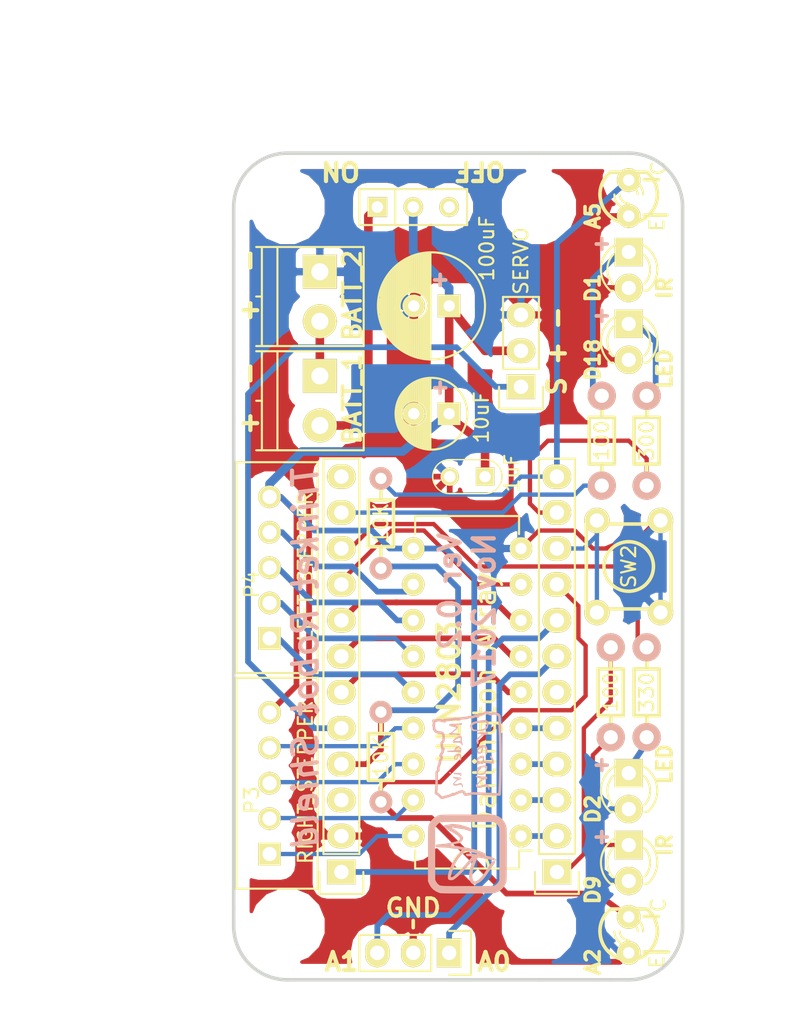
<source format=kicad_pcb>
(kicad_pcb (version 4) (host pcbnew 4.0.4-stable)
  (title_block (title "OSH Park Badge") (company www.MakersBox.us) (comment 1 "K. Olsen"))
  (layers (0 F.Cu signal) (31 B.Cu signal) (34 B.Paste user) (35 F.Paste user) (36 B.SilkS user) (37 F.SilkS user) (38 B.Mask user) (39 F.Mask user) (44 Edge.Cuts user))
  (net 0 "")
  (net 1 GND)
  (net 2 /VBAT)
  (net 3 /D10)
  (net 4 /D11)
  (net 5 /D12)
  (net 6 /D13)
  (net 7 /D8)
  (net 8 /D4)
  (net 9 /D3)
  (net 10 "Net-(P3-Pad2)")
  (net 11 "Net-(P3-Pad1)")
  (net 12 "Net-(P4-Pad2)")
  (net 13 "Net-(P4-Pad1)")
  (net 14 "Net-(P5-Pad2)")
  (net 15 "Net-(P6-Pad2)")
  (net 16 "Net-(P3-Pad3)")
  (net 17 "Net-(P3-Pad4)")
  (net 18 "Net-(P4-Pad3)")
  (net 19 "Net-(P4-Pad4)")
  (net 20 /A4)
  (net 21 /A5)
  (net 22 /A0)
  (net 23 /A1)
  (net 24 /D6)
  (net 25 /D5)
  (net 26 "Net-(D2-Pad2)")
  (net 27 "Net-(D3-Pad2)")
  (net 28 "Net-(D4-Pad2)")
  (net 29 "Net-(D5-Pad2)")
  (net 30 /D9)
  (net 31 /A2)
  (net 32 /A3)
  (net 33 /3V3)
  (net 34 /D2)
  (net 35 /D1)
  (module Capacitors_ThroughHole:C_Disc_D3_P2.5 (layer F.Cu) (at 139.7 82.55 180)
    (fp_text reference C3 hide)
    (fp_text value 1uF (at -1.905 0.254 270) (layer F.SilkS))
    (pad 1 thru_hole rect (at 0 0 180) (size 1.3 1.3) (drill 0.8) (layers *.Cu *.Mask F.SilkS) (net 2 /VBAT))
    (pad 2 thru_hole circle (at 2.5 0 180) (size 1.3 1.3) (drill 0.8001) (layers *.Cu *.Mask F.SilkS) (net 1 GND))
  )
  (module myFootPrints:PHOTOTRANS (layer F.Cu) (at 149.86 114.935 90)
    (fp_text reference Q2 hide)
    (fp_text value OPTO_NPN hide)
    (fp_text user E (at -1.9 2 90) (layer F.SilkS))
    (fp_text user C (at 2.1 2.1 90) (layer F.SilkS))
    (pad 1 thru_hole circle (at -1.27 0 90) (size 1.6764 1.6764) (drill 0.8128) (layers *.Cu *.Mask F.SilkS) (net 1 GND))
    (pad 3 thru_hole circle (at 1.27 0 135) (size 1.6764 1.6764) (drill 0.8128) (layers *.Cu *.Mask F.SilkS) (net 31 /A2))
  )
  (module myFootPrints:PHOTOTRANS (layer F.Cu) (at 149.86 62.865 90)
    (fp_text reference Q1 hide)
    (fp_text value OPTO_NPN hide)
    (fp_text user E (at -1.9 2 90) (layer F.SilkS))
    (fp_text user C (at 2.1 2.1 90) (layer F.SilkS))
    (pad 1 thru_hole circle (at -1.27 0 90) (size 1.6764 1.6764) (drill 0.8128) (layers *.Cu *.Mask F.SilkS) (net 1 GND))
    (pad 3 thru_hole circle (at 1.27 0 135) (size 1.6764 1.6764) (drill 0.8128) (layers *.Cu *.Mask F.SilkS) (net 21 /A5))
  )
  (module Housings_DIP:DIP-18_W7.62mm (layer F.Cu) (at 142.24 107.95 180)
    (fp_text reference U1 hide)
    (fp_text value ULN2803 (at 5.08 10.16 270) (layer F.SilkS) (effects (font (size 1.5 1.5) (thickness 0.3))))
    (pad 1 thru_hole oval (at 0 0 180) (size 1.6 1.6) (drill 0.8) (layers *.Cu *.Mask F.SilkS) (net 3 /D10))
    (pad 2 thru_hole oval (at 0 2.54 180) (size 1.6 1.6) (drill 0.8) (layers *.Cu *.Mask F.SilkS) (net 4 /D11))
    (pad 3 thru_hole oval (at 0 5.08 180) (size 1.6 1.6) (drill 0.8) (layers *.Cu *.Mask F.SilkS) (net 5 /D12))
    (pad 4 thru_hole oval (at 0 7.62 180) (size 1.6 1.6) (drill 0.8) (layers *.Cu *.Mask F.SilkS) (net 6 /D13))
    (pad 5 thru_hole oval (at 0 10.16 180) (size 1.6 1.6) (drill 0.8) (layers *.Cu *.Mask F.SilkS) (net 24 /D6))
    (pad 6 thru_hole oval (at 0 12.7 180) (size 1.6 1.6) (drill 0.8) (layers *.Cu *.Mask F.SilkS) (net 25 /D5))
    (pad 7 thru_hole oval (at 0 15.24 180) (size 1.6 1.6) (drill 0.8) (layers *.Cu *.Mask F.SilkS) (net 8 /D4))
    (pad 8 thru_hole oval (at 0 17.78 180) (size 1.6 1.6) (drill 0.8) (layers *.Cu *.Mask F.SilkS) (net 9 /D3))
    (pad 9 thru_hole oval (at 0 20.32 180) (size 1.6 1.6) (drill 0.8) (layers *.Cu *.Mask F.SilkS) (net 1 GND))
    (pad 10 thru_hole oval (at 7.62 20.32 180) (size 1.6 1.6) (drill 0.8) (layers *.Cu *.Mask F.SilkS) (net 2 /VBAT))
    (pad 11 thru_hole oval (at 7.62 17.78 180) (size 1.6 1.6) (drill 0.8) (layers *.Cu *.Mask F.SilkS) (net 19 "Net-(P4-Pad4)"))
    (pad 12 thru_hole oval (at 7.62 15.24 180) (size 1.6 1.6) (drill 0.8) (layers *.Cu *.Mask F.SilkS) (net 18 "Net-(P4-Pad3)"))
    (pad 13 thru_hole oval (at 7.62 12.7 180) (size 1.6 1.6) (drill 0.8) (layers *.Cu *.Mask F.SilkS) (net 12 "Net-(P4-Pad2)"))
    (pad 14 thru_hole oval (at 7.62 10.16 180) (size 1.6 1.6) (drill 0.8) (layers *.Cu *.Mask F.SilkS) (net 13 "Net-(P4-Pad1)"))
    (pad 15 thru_hole oval (at 7.62 7.62 180) (size 1.6 1.6) (drill 0.8) (layers *.Cu *.Mask F.SilkS) (net 17 "Net-(P3-Pad4)"))
    (pad 16 thru_hole oval (at 7.62 5.08 180) (size 1.6 1.6) (drill 0.8) (layers *.Cu *.Mask F.SilkS) (net 16 "Net-(P3-Pad3)"))
    (pad 17 thru_hole oval (at 7.62 2.54 180) (size 1.6 1.6) (drill 0.8) (layers *.Cu *.Mask F.SilkS) (net 10 "Net-(P3-Pad2)"))
    (pad 18 thru_hole oval (at 7.62 0 180) (size 1.6 1.6) (drill 0.8) (layers *.Cu *.Mask F.SilkS) (net 11 "Net-(P3-Pad1)"))
  )
  (module library:JST_B5B-XH-A (layer F.Cu) (at 124.46 109.22 90)
    (fp_text reference P3 (at 3.81 -1.27 90) (layer F.SilkS))
    (fp_text value RIGHT_STEPPER (at 5.08 2.54 90) (layer F.SilkS))
    (pad 1 thru_hole rect (at 0 0 90) (size 1.6 1.6) (drill 1) (layers *.Cu *.Mask F.SilkS) (net 11 "Net-(P3-Pad1)"))
    (pad 2 thru_hole circle (at 2.5 0 90) (size 1.6 1.6) (drill 1) (layers *.Cu *.Mask F.SilkS) (net 10 "Net-(P3-Pad2)"))
    (pad 3 thru_hole circle (at 5 0 90) (size 1.6 1.6) (drill 1) (layers *.Cu *.Mask F.SilkS) (net 16 "Net-(P3-Pad3)"))
    (pad 4 thru_hole circle (at 7.5 0 90) (size 1.6 1.6) (drill 1) (layers *.Cu *.Mask F.SilkS) (net 17 "Net-(P3-Pad4)"))
    (pad 5 thru_hole circle (at 10 0 90) (size 1.6 1.6) (drill 1) (layers *.Cu *.Mask F.SilkS) (net 2 /VBAT))
  )
  (module library:JST_B5B-XH-A (layer F.Cu) (at 124.46 93.98 90)
    (fp_text reference P4 (at 3.81 -1.27 90) (layer F.SilkS))
    (fp_text value LEFT_STEPPER (at 5.08 2.54 90) (layer F.SilkS))
    (pad 1 thru_hole rect (at 0 0 90) (size 1.6 1.6) (drill 1) (layers *.Cu *.Mask F.SilkS) (net 13 "Net-(P4-Pad1)"))
    (pad 2 thru_hole circle (at 2.5 0 90) (size 1.6 1.6) (drill 1) (layers *.Cu *.Mask F.SilkS) (net 12 "Net-(P4-Pad2)"))
    (pad 3 thru_hole circle (at 5 0 90) (size 1.6 1.6) (drill 1) (layers *.Cu *.Mask F.SilkS) (net 18 "Net-(P4-Pad3)"))
    (pad 4 thru_hole circle (at 7.5 0 90) (size 1.6 1.6) (drill 1) (layers *.Cu *.Mask F.SilkS) (net 19 "Net-(P4-Pad4)"))
    (pad 5 thru_hole circle (at 10 0 90) (size 1.6 1.6) (drill 1) (layers *.Cu *.Mask F.SilkS) (net 2 /VBAT))
  )
  (module myFootPrints:Lego_Pad (layer F.Cu) (at 125.73 114.3)
    (fp_text reference P9 hide)
    (fp_text value CONN_01X01 hide)
    (pad "" np_thru_hole circle (at 0 0) (size 3.25 3.25) (drill 3.25) (layers *.Cu *.Mask))
  )
  (module myFootPrints:Lego_Pad (layer F.Cu) (at 143.51 114.3)
    (fp_text reference P9 hide)
    (fp_text value CONN_01X01 hide)
    (pad "" np_thru_hole circle (at 0 0) (size 3.25 3.25) (drill 3.25) (layers *.Cu *.Mask))
  )
  (module myFootPrints:Lego_Pad (layer F.Cu) (at 143.51 63.5)
    (fp_text reference P9 hide)
    (fp_text value CONN_01X01 hide)
    (pad "" np_thru_hole circle (at 0 0) (size 3.25 3.25) (drill 3.25) (layers *.Cu *.Mask))
  )
  (module myFootPrints:Lego_Pad (layer F.Cu) (at 125.73 63.5)
    (fp_text reference P9 hide)
    (fp_text value CONN_01X01 hide)
    (pad "" np_thru_hole circle (at 0 0) (size 3.25 3.25) (drill 3.25) (layers *.Cu *.Mask))
  )
  (module Capacitors_ThroughHole:C_Radial_D7.5_L11.2_P2.5 (layer F.Cu) (at 137.16 70.485 180)
    (fp_text reference C1 hide)
    (fp_text value 100uF (at -2.667 4.064 270) (layer F.SilkS))
    (pad 2 thru_hole circle (at 2.5 0 180) (size 1.6 1.6) (drill 0.8) (layers *.Cu *.Mask F.SilkS) (net 1 GND))
    (pad 1 thru_hole rect (at 0 0 180) (size 1.6 1.6) (drill 0.8) (layers *.Cu *.Mask F.SilkS) (net 2 /VBAT))
  )
  (module Capacitors_ThroughHole:C_Radial_D5_L11_P2.5 (layer F.Cu) (at 137.16 78.105 180)
    (fp_text reference C2 hide)
    (fp_text value 10uF (at -2.286 -0.254 270) (layer F.SilkS))
    (pad 1 thru_hole rect (at 0 0 180) (size 1.6 1.6) (drill 0.8) (layers *.Cu *.Mask F.SilkS) (net 2 /VBAT))
    (pad 2 thru_hole circle (at 2.5 0 180) (size 1.6 1.6) (drill 0.8) (layers *.Cu *.Mask F.SilkS) (net 1 GND))
  )
  (module Pin_Headers:Pin_Header_Straight_1x12 (layer F.Cu) (at 144.78 110.49 180)
    (fp_text reference P1 hide)
    (fp_text value TRINKET_LEFT)
    (pad 1 thru_hole rect (at 0 0 180) (size 2.032 1.7272) (drill 1.016) (layers *.Cu *.Mask F.SilkS) (net 30 /D9))
    (pad 2 thru_hole oval (at 0 2.54 180) (size 2.032 1.7272) (drill 1.016) (layers *.Cu *.Mask F.SilkS) (net 3 /D10))
    (pad 3 thru_hole oval (at 0 5.08 180) (size 2.032 1.7272) (drill 1.016) (layers *.Cu *.Mask F.SilkS) (net 4 /D11))
    (pad 4 thru_hole oval (at 0 7.62 180) (size 2.032 1.7272) (drill 1.016) (layers *.Cu *.Mask F.SilkS) (net 5 /D12))
    (pad 5 thru_hole oval (at 0 10.16 180) (size 2.032 1.7272) (drill 1.016) (layers *.Cu *.Mask F.SilkS) (net 6 /D13))
    (pad 6 thru_hole oval (at 0 12.7 180) (size 2.032 1.7272) (drill 1.016) (layers *.Cu *.Mask F.SilkS))
    (pad 7 thru_hole oval (at 0 15.24 180) (size 2.032 1.7272) (drill 1.016) (layers *.Cu *.Mask F.SilkS) (net 22 /A0))
    (pad 8 thru_hole oval (at 0 17.78 180) (size 2.032 1.7272) (drill 1.016) (layers *.Cu *.Mask F.SilkS) (net 23 /A1))
    (pad 9 thru_hole oval (at 0 20.32 180) (size 2.032 1.7272) (drill 1.016) (layers *.Cu *.Mask F.SilkS) (net 31 /A2))
    (pad 10 thru_hole oval (at 0 22.86 180) (size 2.032 1.7272) (drill 1.016) (layers *.Cu *.Mask F.SilkS) (net 32 /A3))
    (pad 11 thru_hole oval (at 0 25.4 180) (size 2.032 1.7272) (drill 1.016) (layers *.Cu *.Mask F.SilkS) (net 20 /A4))
    (pad 12 thru_hole oval (at 0 27.94 180) (size 2.032 1.7272) (drill 1.016) (layers *.Cu *.Mask F.SilkS) (net 21 /A5))
  )
  (module Pin_Headers:Pin_Header_Straight_1x12 (layer F.Cu) (at 129.54 110.49 180)
    (fp_text reference P2 hide)
    (fp_text value TRINKET_RIGHT)
    (pad 1 thru_hole rect (at 0 0 180) (size 2.032 1.7272) (drill 1.016) (layers *.Cu *.Mask F.SilkS) (net 2 /VBAT))
    (pad 2 thru_hole oval (at 0 2.54 180) (size 2.032 1.7272) (drill 1.016) (layers *.Cu *.Mask F.SilkS) (net 1 GND))
    (pad 3 thru_hole oval (at 0 5.08 180) (size 2.032 1.7272) (drill 1.016) (layers *.Cu *.Mask F.SilkS))
    (pad 4 thru_hole oval (at 0 7.62 180) (size 2.032 1.7272) (drill 1.016) (layers *.Cu *.Mask F.SilkS) (net 33 /3V3))
    (pad 5 thru_hole oval (at 0 10.16 180) (size 2.032 1.7272) (drill 1.016) (layers *.Cu *.Mask F.SilkS) (net 7 /D8))
    (pad 6 thru_hole oval (at 0 12.7 180) (size 2.032 1.7272) (drill 1.016) (layers *.Cu *.Mask F.SilkS) (net 24 /D6))
    (pad 7 thru_hole oval (at 0 15.24 180) (size 2.032 1.7272) (drill 1.016) (layers *.Cu *.Mask F.SilkS) (net 25 /D5))
    (pad 8 thru_hole oval (at 0 17.78 180) (size 2.032 1.7272) (drill 1.016) (layers *.Cu *.Mask F.SilkS) (net 8 /D4))
    (pad 9 thru_hole oval (at 0 20.32 180) (size 2.032 1.7272) (drill 1.016) (layers *.Cu *.Mask F.SilkS) (net 9 /D3))
    (pad 10 thru_hole oval (at 0 22.86 180) (size 2.032 1.7272) (drill 1.016) (layers *.Cu *.Mask F.SilkS) (net 34 /D2))
    (pad 11 thru_hole oval (at 0 25.4 180) (size 2.032 1.7272) (drill 1.016) (layers *.Cu *.Mask F.SilkS) (net 35 /D1))
    (pad 12 thru_hole oval (at 0 27.94 180) (size 2.032 1.7272) (drill 1.016) (layers *.Cu *.Mask F.SilkS))
  )
  (module Pin_Headers:Pin_Header_Straight_1x03 (layer F.Cu) (at 142.24 76.2 180)
    (fp_text reference P7 hide)
    (fp_text value SERVO (at 0 8.89 270) (layer F.SilkS))
    (pad 1 thru_hole rect (at 0 0 180) (size 2.032 1.7272) (drill 1.016) (layers *.Cu *.Mask F.SilkS) (net 7 /D8))
    (pad 2 thru_hole oval (at 0 2.54 180) (size 2.032 1.7272) (drill 1.016) (layers *.Cu *.Mask F.SilkS) (net 2 /VBAT))
    (pad 3 thru_hole oval (at 0 5.08 180) (size 2.032 1.7272) (drill 1.016) (layers *.Cu *.Mask F.SilkS) (net 1 GND))
  )
  (module myFootPrints:SW_Micro_SPST (layer F.Cu) (at 134.62 63.5)
    (fp_text reference SW1 hide)
    (fp_text value SPST)
    (pad 1 thru_hole rect (at -2.54 0) (size 1.397 1.397) (drill 0.8128) (layers *.Cu *.Mask F.SilkS) (net 15 "Net-(P6-Pad2)"))
    (pad 2 thru_hole circle (at 0 0) (size 1.397 1.397) (drill 0.8128) (layers *.Cu *.Mask F.SilkS) (net 2 /VBAT))
    (pad 3 thru_hole circle (at 2.54 0) (size 1.397 1.397) (drill 0.8128) (layers *.Cu *.Mask F.SilkS))
  )
  (module Pin_Headers:Pin_Header_Straight_1x03 (layer F.Cu) (at 137.16 116.205 270)
    (fp_text reference P8 hide)
    (fp_text value "A5 - A1" hide)
    (pad 1 thru_hole rect (at 0 0 270) (size 2.032 1.7272) (drill 1.016) (layers *.Cu *.Mask F.SilkS) (net 22 /A0))
    (pad 2 thru_hole oval (at 0 2.54 270) (size 2.032 1.7272) (drill 1.016) (layers *.Cu *.Mask F.SilkS) (net 1 GND))
    (pad 3 thru_hole oval (at 0 5.08 270) (size 2.032 1.7272) (drill 1.016) (layers *.Cu *.Mask F.SilkS) (net 23 /A1))
  )
  (module myFootPrints:MadeInOregonRev25 (layer F.Cu) (at 138.43 102.235 90)
    (fp_text reference VAL hide)
    (fp_text value MadeInOregonRev25 hide)
  )
  (module myFootPrints:MB225rev (layer F.Cu) (at 138.43 109.22 90)
    (fp_text reference VAL hide)
    (fp_text value MB225rev hide)
  )
  (module Terminal_Blocks:TerminalBlock_Pheonix_PT-3.5mm_2pol (layer F.Cu) (at 128.016 68.072 270)
    (fp_text reference P5 hide)
    (fp_text value BATT1)
    (pad 2 thru_hole circle (at 3.5 0 270) (size 2.4 2.4) (drill 1.2) (layers *.Cu *.Mask F.SilkS) (net 14 "Net-(P5-Pad2)"))
    (pad 1 thru_hole rect (at 0 0 270) (size 2.4 2.4) (drill 1.2) (layers *.Cu *.Mask F.SilkS) (net 1 GND))
  )
  (module Terminal_Blocks:TerminalBlock_Pheonix_PT-3.5mm_2pol (layer F.Cu) (at 128.016 75.438 270)
    (fp_text reference P6 hide)
    (fp_text value BATT2)
    (pad 2 thru_hole circle (at 3.5 0 270) (size 2.4 2.4) (drill 1.2) (layers *.Cu *.Mask F.SilkS) (net 15 "Net-(P6-Pad2)"))
    (pad 1 thru_hole rect (at 0 0 270) (size 2.4 2.4) (drill 1.2) (layers *.Cu *.Mask F.SilkS) (net 14 "Net-(P5-Pad2)"))
  )
  (module LEDs:LED-3MM (layer F.Cu) (at 149.86 111.125 90)
    (fp_text reference D2 hide)
    (fp_text value IR_LED)
    (pad 1 thru_hole circle (at 0 0 180) (size 2 2) (drill 1.00076) (layers *.Cu *.Mask F.SilkS) (net 1 GND))
    (pad 2 thru_hole rect (at 2.54 0 90) (size 2 2) (drill 1.00076) (layers *.Cu *.Mask F.SilkS) (net 26 "Net-(D2-Pad2)"))
  )
  (module LEDs:LED-3MM (layer F.Cu) (at 149.86 74.295 90)
    (fp_text reference D3 hide)
    (fp_text value LED)
    (pad 1 thru_hole circle (at 0 0 180) (size 2 2) (drill 1.00076) (layers *.Cu *.Mask F.SilkS) (net 1 GND))
    (pad 2 thru_hole rect (at 2.54 0 90) (size 2 2) (drill 1.00076) (layers *.Cu *.Mask F.SilkS) (net 27 "Net-(D3-Pad2)"))
  )
  (module LEDs:LED-3MM (layer F.Cu) (at 149.86 106.045 90)
    (fp_text reference D4 hide)
    (fp_text value LED)
    (pad 1 thru_hole circle (at 0 0 180) (size 2 2) (drill 1.00076) (layers *.Cu *.Mask F.SilkS) (net 1 GND))
    (pad 2 thru_hole rect (at 2.54 0 90) (size 2 2) (drill 1.00076) (layers *.Cu *.Mask F.SilkS) (net 28 "Net-(D4-Pad2)"))
  )
  (module LEDs:LED-3MM (layer F.Cu) (at 149.86 69.215 90)
    (fp_text reference D5 hide)
    (fp_text value "IR LED")
    (pad 1 thru_hole circle (at 0 0 180) (size 2 2) (drill 1.00076) (layers *.Cu *.Mask F.SilkS) (net 1 GND))
    (pad 2 thru_hole rect (at 2.54 0 90) (size 2 2) (drill 1.00076) (layers *.Cu *.Mask F.SilkS) (net 29 "Net-(D5-Pad2)"))
  )
  (module myFootPrints:Resistor_Horz (layer F.Cu) (at 148.59 97.79 270)
    (fp_text reference R2)
    (fp_text value 100 (at 0 0 270) (layer F.SilkS))
    (pad 1 thru_hole circle (at -3.175 0 270) (size 1.99898 1.99898) (drill 1.00076) (layers *.Cu *.SilkS *.Mask) (net 30 /D9))
    (pad 2 thru_hole circle (at 3.175 0 270) (size 1.99898 1.99898) (drill 1.00076) (layers *.Cu *.SilkS *.Mask) (net 26 "Net-(D2-Pad2)"))
  )
  (module myFootPrints:Resistor_Horz (layer F.Cu) (at 151.13 80.01 90)
    (fp_text reference R3)
    (fp_text value 300 (at 0 0 90) (layer F.SilkS))
    (pad 1 thru_hole circle (at -3.175 0 90) (size 1.99898 1.99898) (drill 1.00076) (layers *.Cu *.SilkS *.Mask) (net 20 /A4))
    (pad 2 thru_hole circle (at 3.175 0 90) (size 1.99898 1.99898) (drill 1.00076) (layers *.Cu *.SilkS *.Mask) (net 27 "Net-(D3-Pad2)"))
  )
  (module myFootPrints:Resistor_Horz (layer F.Cu) (at 151.13 97.79 270)
    (fp_text reference R4)
    (fp_text value 330 (at 0 0 270) (layer F.SilkS))
    (pad 1 thru_hole circle (at -3.175 0 270) (size 1.99898 1.99898) (drill 1.00076) (layers *.Cu *.SilkS *.Mask) (net 34 /D2))
    (pad 2 thru_hole circle (at 3.175 0 270) (size 1.99898 1.99898) (drill 1.00076) (layers *.Cu *.SilkS *.Mask) (net 28 "Net-(D4-Pad2)"))
  )
  (module myFootPrints:Resistor_Horz (layer F.Cu) (at 147.955 80.01 90)
    (fp_text reference R5)
    (fp_text value 100 (at 0 0 90) (layer F.SilkS))
    (pad 1 thru_hole circle (at -3.175 0 90) (size 1.99898 1.99898) (drill 1.00076) (layers *.Cu *.SilkS *.Mask) (net 35 /D1))
    (pad 2 thru_hole circle (at 3.175 0 90) (size 1.99898 1.99898) (drill 1.00076) (layers *.Cu *.SilkS *.Mask) (net 29 "Net-(D5-Pad2)"))
  )
  (module myFootPrints:Resistor_Horz (layer F.Cu) (at 132.334 102.362 270)
    (fp_text reference R6)
    (fp_text value 10K (at 0 0 270) (layer F.SilkS))
    (pad 1 thru_hole circle (at -3.175 0 270) (size 1.6 1.6) (drill 0.8) (layers *.Cu *.SilkS *.Mask) (net 33 /3V3))
    (pad 2 thru_hole circle (at 3.175 0 270) (size 1.6 1.6) (drill 0.8) (layers *.Cu *.SilkS *.Mask) (net 31 /A2))
  )
  (module myFootPrints:Resistor_Horz (layer F.Cu) (at 132.334 85.852 90)
    (fp_text reference R7)
    (fp_text value 10K (at 0 0 90) (layer F.SilkS))
    (pad 1 thru_hole circle (at -3.175 0 90) (size 1.6 1.6) (drill 0.8) (layers *.Cu *.SilkS *.Mask) (net 33 /3V3))
    (pad 2 thru_hole circle (at 3.175 0 90) (size 1.6 1.6) (drill 0.8) (layers *.Cu *.SilkS *.Mask) (net 21 /A5))
  )
  (module myFootPrints:SW_PUSH_SMALL (layer F.Cu) (at 149.86 88.9 90)
    (fp_text reference SW2 (at 0 0 90) (layer F.SilkS))
    (fp_text value SW_PUSH hide)
    (pad 1 thru_hole circle (at 3.25 -2.25 90) (size 1.8 1.8) (drill 1) (layers *.Cu *.Mask F.SilkS) (net 32 /A3))
    (pad 2 thru_hole circle (at 3.25 2.25 90) (size 1.8 1.8) (drill 1) (layers *.Cu *.Mask F.SilkS) (net 1 GND))
    (pad 1 thru_hole circle (at -3.25 -2.25 90) (size 1.8 1.8) (drill 1) (layers *.Cu *.Mask F.SilkS) (net 32 /A3))
    (pad 2 thru_hole circle (at -3.25 2.25 90) (size 1.8 1.8) (drill 1) (layers *.Cu *.Mask F.SilkS) (net 1 GND))
  )
  (gr_text "Darlington Array" (at 139.7 98.425 90) (layer F.SilkS) (effects (font (size 1.5 1.5) (thickness 0.2))))
  (gr_text + (at 136.525 76.2) (layer B.SilkS) (effects (font (size 1 1) (thickness 0.25)) (justify mirror)))
  (gr_text + (at 136.525 68.58) (layer B.SilkS) (effects (font (size 1 1) (thickness 0.25)) (justify mirror)))
  (gr_text + (at 147.955 71.12) (layer B.SilkS) (effects (font (size 1 1) (thickness 0.25)) (justify mirror)))
  (gr_text + (at 147.955 66.04) (layer B.SilkS) (effects (font (size 1 1) (thickness 0.25)) (justify mirror)))
  (gr_text + (at 147.955 102.87) (layer B.SilkS) (effects (font (size 1 1) (thickness 0.25)) (justify mirror)))
  (gr_text + (at 147.955 107.95) (layer B.SilkS) (effects (font (size 1 1) (thickness 0.25)) (justify mirror)))
  (gr_text A5 (at 147.32 64.135 90) (layer F.SilkS) (effects (font (size 1 1) (thickness 0.25))))
  (gr_text D1 (at 147.32 69.215 90) (layer F.SilkS) (effects (font (size 1 1) (thickness 0.25))))
  (gr_text D18 (at 147.32 74.295 90) (layer F.SilkS) (effects (font (size 1 1) (thickness 0.25))))
  (gr_text D2 (at 147.32 106.045 90) (layer F.SilkS) (effects (font (size 1 1) (thickness 0.25))))
  (gr_text D9 (at 147.32 111.76 90) (layer F.SilkS) (effects (font (size 1 1) (thickness 0.25))))
  (gr_text A2 (at 147.32 116.84 90) (layer F.SilkS) (effects (font (size 1 1) (thickness 0.25))))
  (gr_line (start 148.59 59.69) (end 149.86 59.69) (angle 90) (layer Edge.Cuts) (width 0.254))
  (gr_line (start 148.59 118.11) (end 149.86 118.11) (angle 90) (layer Edge.Cuts) (width 0.254))
  (gr_text + (at 147.955 107.95) (layer F.SilkS) (effects (font (size 1.016 1.016) (thickness 0.254))))
  (gr_text + (at 147.955 102.87) (layer F.SilkS) (effects (font (size 1.016 1.016) (thickness 0.254))))
  (gr_text + (at 136.525 76.2) (layer F.SilkS) (effects (font (size 1.016 1.016) (thickness 0.254))))
  (gr_text + (at 136.525 68.58) (layer F.SilkS) (effects (font (size 1.016 1.016) (thickness 0.254))))
  (gr_text + (at 147.955 66.04) (layer F.SilkS) (effects (font (size 1.016 1.016) (thickness 0.254))))
  (gr_text + (at 147.955 71.12) (layer F.SilkS) (effects (font (size 1.016 1.016) (thickness 0.254))))
  (gr_text LED (at 152.4 74.93 90) (layer F.SilkS) (effects (font (size 1.016 1.016) (thickness 0.254))))
  (gr_text IR (at 152.4 69.215 90) (layer F.SilkS) (effects (font (size 1.016 1.016) (thickness 0.254))))
  (gr_text LED (at 152.4 102.87 90) (layer F.SilkS) (effects (font (size 1.016 1.016) (thickness 0.254))))
  (gr_text IR (at 152.4 108.585 90) (layer F.SilkS) (effects (font (size 1.016 1.016) (thickness 0.254))))
  (gr_line (start 143.51 59.69) (end 148.59 59.69) (angle 90) (layer Edge.Cuts) (width 0.254))
  (gr_line (start 143.51 118.11) (end 148.59 118.11) (angle 90) (layer Edge.Cuts) (width 0.254))
  (gr_line (start 153.67 114.3) (end 153.67 63.5) (angle 90) (layer Edge.Cuts) (width 0.254))
  (gr_text A0 (at 140.335 116.84) (layer F.SilkS) (effects (font (size 1.27 1.27) (thickness 0.3))))
  (gr_text A1 (at 129.54 116.84) (layer F.SilkS) (effects (font (size 1.27 1.27) (thickness 0.3))))
  (gr_line (start 134.62 114.427) (end 134.62 113.919) (angle 90) (layer F.SilkS) (width 0.254))
  (gr_text "BATT_1 BATT_2" (at 130.302 73.406 90) (layer F.SilkS) (effects (font (size 1.25 1.25) (thickness 0.25))))
  (gr_text "Ver 0.2\nNov 2017" (at 138.43 86.36 90) (layer B.SilkS) (effects (font (size 1.5 1.5) (thickness 0.3)) (justify left mirror)))
  (gr_text "Trinket Robot Shield" (at 127 95.25 90) (layer B.SilkS) (effects (font (size 1.75 1.75) (thickness 0.3) italic) (justify mirror)))
  (gr_text GND (at 134.62 113.03) (layer F.SilkS) (effects (font (size 1.27 1.27) (thickness 0.254))))
  (gr_text "S + -" (at 144.78 73.66 90) (layer F.SilkS) (effects (font (size 1.25 1.25) (thickness 0.3))))
  (gr_line (start 143.51 59.69) (end 125.73 59.69) (angle 90) (layer Edge.Cuts) (width 0.254))
  (gr_line (start 121.92 66.04) (end 121.92 63.5) (angle 90) (layer Edge.Cuts) (width 0.254))
  (gr_line (start 121.92 114.3) (end 121.92 113.03) (angle 90) (layer Edge.Cuts) (width 0.254))
  (gr_line (start 125.73 118.11) (end 143.51 118.11) (angle 90) (layer Edge.Cuts) (width 0.254))
  (gr_arc (start 149.86 114.3) (end 153.67 114.3) (angle 90) (layer Edge.Cuts) (width 0.254))
  (gr_arc (start 125.73 114.3) (end 125.73 118.11) (angle 90) (layer Edge.Cuts) (width 0.254))
  (gr_arc (start 149.86 63.5) (end 149.86 59.69) (angle 90) (layer Edge.Cuts) (width 0.254))
  (gr_arc (start 125.73 63.5) (end 121.92 63.5) (angle 90) (layer Edge.Cuts) (width 0.254))
  (gr_text "-  +   -  +" (at 123.19 73.025 270) (layer F.SilkS) (effects (font (size 1.27 1.27) (thickness 0.3))))
  (gr_text "OFF       ON" (at 134.62 60.96 180) (layer F.SilkS) (effects (font (size 1.27 1.27) (thickness 0.3))))
  (gr_line (start 121.92 113.03) (end 121.92 66.04) (angle 90) (layer Edge.Cuts) (width 0.254))
  (segment (start 127.762 81.026) (end 134.366 81.026) (width 0.3048) (layer F.Cu) (net 1))
  (segment (start 128.651 107.95) (end 127.254 106.553) (width 0.4064) (layer F.Cu) (net 1))
  (segment (start 127.254 106.553) (end 127.254 81.534) (width 0.4064) (layer F.Cu) (net 1))
  (segment (start 127.254 81.534) (end 127.762 81.026) (width 0.4064) (layer F.Cu) (net 1))
  (segment (start 134.366 81.026) (end 135.255 81.915) (width 0.3048) (layer F.Cu) (net 1))
  (segment (start 134.66 78.105) (end 134.66 81.32) (width 0.4064) (layer F.Cu) (net 1))
  (segment (start 134.66 81.32) (end 135.255 81.915) (width 0.4064) (layer F.Cu) (net 1))
  (segment (start 135.89 82.55) (end 137.2 82.55) (width 0.4064) (layer F.Cu) (net 1))
  (segment (start 135.255 81.915) (end 135.89 82.55) (width 0.4064) (layer F.Cu) (net 1))
  (segment (start 142.24 87.63) (end 140.335 87.63) (width 0.4064) (layer F.Cu) (net 1))
  (segment (start 140.335 87.63) (end 137.2 84.495) (width 0.4064) (layer F.Cu) (net 1))
  (segment (start 137.2 84.495) (end 137.2 82.55) (width 0.4064) (layer F.Cu) (net 1))
  (segment (start 137.2 82.55) (end 137.2 82.59) (width 0.4064) (layer F.Cu) (net 1))
  (segment (start 152.11 85.65) (end 151.84 85.65) (width 0.3048) (layer F.Cu) (net 1))
  (segment (start 151.84 85.65) (end 149.86 87.63) (width 0.3048) (layer F.Cu) (net 1))
  (segment (start 149.86 87.63) (end 147.32 87.63) (width 0.3048) (layer F.Cu) (net 1))
  (segment (start 147.32 87.63) (end 146.05 86.36) (width 0.3048) (layer F.Cu) (net 1))
  (segment (start 146.05 86.36) (end 143.51 86.36) (width 0.3048) (layer F.Cu) (net 1))
  (segment (start 143.51 86.36) (end 142.24 87.63) (width 0.3048) (layer F.Cu) (net 1))
  (segment (start 152.11 92.15) (end 152.11 85.65) (width 0.3048) (layer B.Cu) (net 1))
  (segment (start 149.86 69.215) (end 148.59 69.215) (width 0.4064) (layer F.Cu) (net 1))
  (segment (start 148.59 74.295) (end 149.86 74.295) (width 0.4064) (layer F.Cu) (net 1))
  (segment (start 147.32 73.025) (end 148.59 74.295) (width 0.4064) (layer F.Cu) (net 1))
  (segment (start 147.32 70.485) (end 147.32 73.025) (width 0.4064) (layer F.Cu) (net 1))
  (segment (start 148.59 69.215) (end 147.32 70.485) (width 0.4064) (layer F.Cu) (net 1))
  (segment (start 149.86 64.135) (end 148.59 64.135) (width 0.4064) (layer F.Cu) (net 1))
  (segment (start 148.59 64.135) (end 143.51 69.215) (width 0.4064) (layer F.Cu) (net 1))
  (segment (start 142.24 71.12) (end 142.24 70.485) (width 0.4064) (layer F.Cu) (net 1))
  (segment (start 142.24 70.485) (end 143.51 69.215) (width 0.4064) (layer F.Cu) (net 1))
  (segment (start 143.51 69.215) (end 149.86 69.215) (width 0.4064) (layer F.Cu) (net 1))
  (segment (start 149.86 111.125) (end 148.59 111.125) (width 0.4064) (layer B.Cu) (net 1))
  (segment (start 148.59 111.125) (end 147.955 110.49) (width 0.4064) (layer B.Cu) (net 1))
  (segment (start 148.59 106.045) (end 149.86 106.045) (width 0.4064) (layer B.Cu) (net 1))
  (segment (start 147.955 106.68) (end 148.59 106.045) (width 0.4064) (layer B.Cu) (net 1))
  (segment (start 147.955 110.49) (end 147.955 106.68) (width 0.4064) (layer B.Cu) (net 1))
  (segment (start 149.86 116.205) (end 149.225 116.205) (width 0.4064) (layer B.Cu) (net 1))
  (segment (start 149.225 116.205) (end 147.955 114.935) (width 0.4064) (layer B.Cu) (net 1))
  (segment (start 147.955 111.76) (end 148.59 111.125) (width 0.4064) (layer B.Cu) (net 1))
  (segment (start 147.955 114.935) (end 147.955 111.76) (width 0.4064) (layer B.Cu) (net 1))
  (segment (start 134.62 116.205) (end 134.62 114.935) (width 0.4064) (layer F.Cu) (net 1))
  (segment (start 149.225 116.84) (end 149.86 116.205) (width 0.4064) (layer F.Cu) (net 1))
  (segment (start 141.605 116.84) (end 149.225 116.84) (width 0.4064) (layer F.Cu) (net 1))
  (segment (start 138.43 113.665) (end 141.605 116.84) (width 0.4064) (layer F.Cu) (net 1))
  (segment (start 135.89 113.665) (end 138.43 113.665) (width 0.4064) (layer F.Cu) (net 1))
  (segment (start 134.62 114.935) (end 135.89 113.665) (width 0.4064) (layer F.Cu) (net 1))
  (segment (start 134.66 78.105) (end 134.66 70.485) (width 0.6096) (layer F.Cu) (net 1))
  (segment (start 149.225 111.125) (end 149.86 111.125) (width 0.4064) (layer B.Cu) (net 1))
  (segment (start 142.24 70.485) (end 140.335 68.58) (width 0.6096) (layer F.Cu) (net 1))
  (segment (start 134.66 69.81) (end 134.66 70.485) (width 0.6096) (layer F.Cu) (net 1))
  (segment (start 135.89 68.58) (end 134.66 69.81) (width 0.6096) (layer F.Cu) (net 1))
  (segment (start 140.335 68.58) (end 135.89 68.58) (width 0.6096) (layer F.Cu) (net 1))
  (segment (start 134.66 70.485) (end 133.985 70.485) (width 0.6096) (layer B.Cu) (net 1))
  (segment (start 133.985 70.485) (end 130.937 68.072) (width 0.6096) (layer B.Cu) (net 1))
  (segment (start 130.937 68.072) (end 128.016 68.072) (width 0.6096) (layer B.Cu) (net 1))
  (segment (start 129.54 107.95) (end 128.651 107.95) (width 0.4064) (layer F.Cu) (net 1))
  (segment (start 134.62 113.665) (end 134.62 116.205) (width 0.4064) (layer F.Cu) (net 1))
  (segment (start 129.54 107.95) (end 131.699 107.95) (width 0.4064) (layer F.Cu) (net 1))
  (segment (start 134.62 110.871) (end 134.62 113.665) (width 0.4064) (layer F.Cu) (net 1))
  (segment (start 131.699 107.95) (end 134.62 110.871) (width 0.4064) (layer F.Cu) (net 1))
  (segment (start 129.54 110.49) (end 138.684 110.49) (width 0.4064) (layer B.Cu) (net 2))
  (segment (start 136.906 87.63) (end 134.62 87.63) (width 0.4064) (layer B.Cu) (net 2))
  (segment (start 138.938 89.662) (end 136.906 87.63) (width 0.4064) (layer B.Cu) (net 2))
  (segment (start 138.938 110.236) (end 138.938 89.662) (width 0.4064) (layer B.Cu) (net 2))
  (segment (start 138.684 110.49) (end 138.938 110.236) (width 0.4064) (layer B.Cu) (net 2))
  (segment (start 124.46 83.98) (end 124.46 83.058) (width 0.6096) (layer B.Cu) (net 2))
  (segment (start 133.858 80.772) (end 137.16 78.105) (width 0.6096) (layer B.Cu) (net 2))
  (segment (start 126.746 80.772) (end 133.858 80.772) (width 0.6096) (layer B.Cu) (net 2))
  (segment (start 124.46 83.058) (end 126.746 80.772) (width 0.6096) (layer B.Cu) (net 2))
  (segment (start 134.62 87.63) (end 135.128 87.63) (width 0.6096) (layer B.Cu) (net 2))
  (segment (start 137.16 78.105) (end 137.16 78.359) (width 0.6096) (layer F.Cu) (net 2))
  (segment (start 137.16 78.359) (end 139.7 80.264) (width 0.6096) (layer F.Cu) (net 2))
  (segment (start 139.7 80.264) (end 139.7 82.55) (width 0.6096) (layer F.Cu) (net 2))
  (segment (start 142.24 73.66) (end 139.7 73.66) (width 0.6096) (layer F.Cu) (net 2))
  (segment (start 139.7 73.66) (end 137.16 70.485) (width 0.6096) (layer F.Cu) (net 2))
  (segment (start 137.16 78.105) (end 137.16 70.485) (width 0.6096) (layer F.Cu) (net 2))
  (segment (start 137.16 70.485) (end 137.16 69.215) (width 0.6096) (layer B.Cu) (net 2))
  (segment (start 137.16 69.215) (end 134.62 66.675) (width 0.6096) (layer B.Cu) (net 2))
  (segment (start 134.62 66.675) (end 134.62 63.5) (width 0.6096) (layer B.Cu) (net 2))
  (segment (start 125.255 83.98) (end 126.365 85.09) (width 0.4064) (layer F.Cu) (net 2))
  (segment (start 126.365 97.315) (end 124.46 99.22) (width 0.4064) (layer F.Cu) (net 2))
  (segment (start 126.365 85.09) (end 126.365 97.315) (width 0.4064) (layer F.Cu) (net 2))
  (segment (start 132.969 87.63) (end 134.62 87.63) (width 0.4064) (layer B.Cu) (net 2))
  (segment (start 125.255 83.98) (end 127.635 86.36) (width 0.4064) (layer B.Cu) (net 2))
  (segment (start 127.635 86.36) (end 131.699 86.36) (width 0.4064) (layer B.Cu) (net 2))
  (segment (start 131.699 86.36) (end 132.969 87.63) (width 0.4064) (layer B.Cu) (net 2))
  (segment (start 129.54 110.49) (end 129.7 110.49) (width 0.4064) (layer B.Cu) (net 2))
  (segment (start 134.62 87.63) (end 135.382 87.63) (width 0.4064) (layer B.Cu) (net 2))
  (segment (start 134.62 87.63) (end 135.255 87.63) (width 0.4064) (layer B.Cu) (net 2))
  (segment (start 142.24 107.95) (end 144.78 107.95) (width 0.4064) (layer B.Cu) (net 3))
  (segment (start 142.24 105.41) (end 144.78 105.41) (width 0.4064) (layer B.Cu) (net 4))
  (segment (start 142.24 102.87) (end 144.78 102.87) (width 0.4064) (layer B.Cu) (net 5))
  (segment (start 142.24 100.33) (end 144.78 100.33) (width 0.4064) (layer B.Cu) (net 6))
  (segment (start 122.936 82.296) (end 122.936 76.708) (width 0.4064) (layer B.Cu) (net 7))
  (segment (start 122.936 95.504) (end 122.936 82.296) (width 0.4064) (layer B.Cu) (net 7))
  (segment (start 122.936 95.631) (end 127.635 100.33) (width 0.4064) (layer B.Cu) (net 7))
  (segment (start 129.54 100.33) (end 127.635 100.33) (width 0.4064) (layer B.Cu) (net 7))
  (segment (start 122.936 95.504) (end 122.936 95.631) (width 0.4064) (layer B.Cu) (net 7))
  (segment (start 140.462 76.2) (end 142.24 76.2) (width 0.4064) (layer B.Cu) (net 7))
  (segment (start 137.668 73.406) (end 140.462 76.2) (width 0.4064) (layer B.Cu) (net 7))
  (segment (start 126.238 73.406) (end 137.668 73.406) (width 0.4064) (layer B.Cu) (net 7))
  (segment (start 122.936 76.708) (end 126.238 73.406) (width 0.4064) (layer B.Cu) (net 7))
  (segment (start 133.477 91.44) (end 130.81 91.44) (width 0.4064) (layer F.Cu) (net 8))
  (segment (start 130.81 91.44) (end 129.54 92.71) (width 0.4064) (layer F.Cu) (net 8))
  (segment (start 142.24 92.71) (end 141.732 92.71) (width 0.4064) (layer F.Cu) (net 8))
  (segment (start 141.732 92.71) (end 140.462 91.44) (width 0.4064) (layer F.Cu) (net 8))
  (segment (start 140.462 91.44) (end 133.477 91.44) (width 0.4064) (layer F.Cu) (net 8))
  (segment (start 133.477 91.44) (end 133.35 91.44) (width 0.4064) (layer F.Cu) (net 8))
  (segment (start 142.24 90.17) (end 139.192 90.17) (width 0.3048) (layer F.Cu) (net 9))
  (segment (start 133.096 86.36) (end 129.54 89.916) (width 0.3048) (layer F.Cu) (net 9))
  (segment (start 135.382 86.36) (end 133.096 86.36) (width 0.3048) (layer F.Cu) (net 9))
  (segment (start 139.192 90.17) (end 135.382 86.36) (width 0.3048) (layer F.Cu) (net 9))
  (segment (start 129.54 89.916) (end 129.54 90.17) (width 0.3048) (layer F.Cu) (net 9))
  (segment (start 142.24 90.17) (end 141.732 90.17) (width 0.4064) (layer F.Cu) (net 9))
  (segment (start 132.08 106.68) (end 133.35 106.68) (width 0.3048) (layer B.Cu) (net 10))
  (segment (start 124.5 106.68) (end 132.08 106.68) (width 0.3048) (layer B.Cu) (net 10))
  (segment (start 133.35 106.68) (end 134.62 105.41) (width 0.3048) (layer B.Cu) (net 10))
  (segment (start 124.5 106.68) (end 124.46 106.72) (width 0.3048) (layer B.Cu) (net 10))
  (segment (start 134.62 107.95) (end 132.08 107.95) (width 0.3048) (layer B.Cu) (net 11))
  (segment (start 130.81 109.22) (end 124.46 109.22) (width 0.3048) (layer B.Cu) (net 11))
  (segment (start 132.08 107.95) (end 130.81 109.22) (width 0.3048) (layer B.Cu) (net 11))
  (segment (start 131.826 93.98) (end 133.35 93.98) (width 0.3048) (layer B.Cu) (net 12))
  (segment (start 131.826 93.98) (end 127.762 93.98) (width 0.4064) (layer B.Cu) (net 12))
  (segment (start 127.762 93.98) (end 125.262 91.48) (width 0.4064) (layer B.Cu) (net 12))
  (segment (start 124.46 91.48) (end 125.262 91.48) (width 0.4064) (layer B.Cu) (net 12))
  (segment (start 133.35 93.98) (end 134.62 95.25) (width 0.3048) (layer B.Cu) (net 12))
  (segment (start 124.46 93.98) (end 125.095 93.98) (width 0.4064) (layer B.Cu) (net 13))
  (segment (start 125.095 93.98) (end 127.635 96.52) (width 0.4064) (layer B.Cu) (net 13))
  (segment (start 127.635 96.52) (end 133.35 96.52) (width 0.4064) (layer B.Cu) (net 13))
  (segment (start 133.35 96.52) (end 134.62 97.79) (width 0.4064) (layer B.Cu) (net 13))
  (segment (start 128.016 75.438) (end 128.016 71.572) (width 0.6096) (layer F.Cu) (net 14))
  (segment (start 128.016 78.938) (end 129.977 78.938) (width 0.6096) (layer F.Cu) (net 15))
  (segment (start 131.445 77.47) (end 131.445 64.135) (width 0.6096) (layer F.Cu) (net 15))
  (segment (start 129.977 78.938) (end 131.445 77.47) (width 0.6096) (layer F.Cu) (net 15))
  (segment (start 131.445 64.135) (end 132.08 63.5) (width 0.6096) (layer F.Cu) (net 15))
  (segment (start 128.016 78.938) (end 128.834 78.938) (width 0.4064) (layer F.Cu) (net 15))
  (segment (start 134.62 102.87) (end 133.35 102.87) (width 0.3048) (layer B.Cu) (net 16))
  (segment (start 132.08 104.14) (end 124.54 104.14) (width 0.3048) (layer B.Cu) (net 16))
  (segment (start 133.35 102.87) (end 132.08 104.14) (width 0.3048) (layer B.Cu) (net 16))
  (segment (start 124.54 104.14) (end 124.46 104.22) (width 0.3048) (layer B.Cu) (net 16))
  (segment (start 134.62 100.33) (end 133.35 100.33) (width 0.3048) (layer B.Cu) (net 17))
  (segment (start 132.08 101.6) (end 124.58 101.6) (width 0.3048) (layer B.Cu) (net 17))
  (segment (start 133.35 100.33) (end 132.08 101.6) (width 0.3048) (layer B.Cu) (net 17))
  (segment (start 124.58 101.6) (end 124.46 101.72) (width 0.3048) (layer B.Cu) (net 17))
  (segment (start 124.46 88.98) (end 125.048 88.98) (width 0.4064) (layer B.Cu) (net 18))
  (segment (start 125.048 88.98) (end 127.508 91.44) (width 0.4064) (layer B.Cu) (net 18))
  (segment (start 133.477 92.71) (end 134.62 92.71) (width 0.4064) (layer B.Cu) (net 18))
  (segment (start 127.508 91.44) (end 132.207 91.44) (width 0.4064) (layer B.Cu) (net 18))
  (segment (start 132.207 91.44) (end 133.477 92.71) (width 0.4064) (layer B.Cu) (net 18))
  (segment (start 127.762 88.9) (end 130.302 88.9) (width 0.4064) (layer B.Cu) (net 19))
  (segment (start 127.762 88.9) (end 125.342 86.48) (width 0.4064) (layer B.Cu) (net 19))
  (segment (start 124.46 86.48) (end 125.342 86.48) (width 0.4064) (layer B.Cu) (net 19))
  (segment (start 132.08 90.678) (end 134.112 90.678) (width 0.4064) (layer B.Cu) (net 19))
  (segment (start 130.302 88.9) (end 132.08 90.678) (width 0.4064) (layer B.Cu) (net 19))
  (segment (start 134.112 90.678) (end 134.62 90.17) (width 0.4064) (layer B.Cu) (net 19))
  (segment (start 144.78 85.09) (end 143.51 85.09) (width 0.3048) (layer F.Cu) (net 20))
  (segment (start 151.13 81.28) (end 151.13 83.185) (width 0.3048) (layer F.Cu) (net 20))
  (segment (start 149.86 80.01) (end 151.13 81.28) (width 0.3048) (layer F.Cu) (net 20))
  (segment (start 144.145 80.01) (end 149.86 80.01) (width 0.3048) (layer F.Cu) (net 20))
  (segment (start 142.875 81.28) (end 144.145 80.01) (width 0.3048) (layer F.Cu) (net 20))
  (segment (start 142.875 84.455) (end 142.875 81.28) (width 0.3048) (layer F.Cu) (net 20))
  (segment (start 143.51 85.09) (end 142.875 84.455) (width 0.3048) (layer F.Cu) (net 20))
  (segment (start 132.334 82.677) (end 132.334 82.804) (width 0.3048) (layer B.Cu) (net 21))
  (segment (start 132.334 82.804) (end 133.35 83.82) (width 0.3048) (layer B.Cu) (net 21))
  (segment (start 133.35 83.82) (end 140.97 83.82) (width 0.3048) (layer B.Cu) (net 21))
  (segment (start 140.97 83.82) (end 142.24 82.55) (width 0.3048) (layer B.Cu) (net 21))
  (segment (start 142.24 82.55) (end 144.78 82.55) (width 0.3048) (layer B.Cu) (net 21))
  (segment (start 144.78 82.55) (end 144.78 66.04) (width 0.4064) (layer B.Cu) (net 21))
  (segment (start 144.78 66.04) (end 149.86 61.595) (width 0.4064) (layer B.Cu) (net 21))
  (segment (start 137.16 116.205) (end 137.16 114.808) (width 0.4064) (layer B.Cu) (net 22))
  (segment (start 143.51 96.52) (end 144.78 95.25) (width 0.4064) (layer B.Cu) (net 22))
  (segment (start 141.478 96.52) (end 143.51 96.52) (width 0.4064) (layer B.Cu) (net 22))
  (segment (start 140.716 97.282) (end 141.478 96.52) (width 0.4064) (layer B.Cu) (net 22))
  (segment (start 140.716 111.252) (end 140.716 97.282) (width 0.4064) (layer B.Cu) (net 22))
  (segment (start 137.16 114.808) (end 140.716 111.252) (width 0.4064) (layer B.Cu) (net 22))
  (segment (start 132.08 116.205) (end 132.08 114.3) (width 0.4064) (layer B.Cu) (net 23))
  (segment (start 143.51 93.98) (end 144.78 92.71) (width 0.4064) (layer B.Cu) (net 23))
  (segment (start 140.97 93.98) (end 143.51 93.98) (width 0.4064) (layer B.Cu) (net 23))
  (segment (start 139.954 94.996) (end 140.97 93.98) (width 0.4064) (layer B.Cu) (net 23))
  (segment (start 139.954 110.744) (end 139.954 94.996) (width 0.4064) (layer B.Cu) (net 23))
  (segment (start 137.16 113.538) (end 139.954 110.744) (width 0.4064) (layer B.Cu) (net 23))
  (segment (start 132.842 113.538) (end 137.16 113.538) (width 0.4064) (layer B.Cu) (net 23))
  (segment (start 132.08 114.3) (end 132.842 113.538) (width 0.4064) (layer B.Cu) (net 23))
  (segment (start 133.604 96.52) (end 130.81 96.52) (width 0.4064) (layer F.Cu) (net 24))
  (segment (start 130.81 96.52) (end 129.54 97.79) (width 0.4064) (layer F.Cu) (net 24))
  (segment (start 142.24 97.79) (end 141.351 97.79) (width 0.4064) (layer F.Cu) (net 24))
  (segment (start 140.081 96.52) (end 133.604 96.52) (width 0.4064) (layer F.Cu) (net 24))
  (segment (start 133.604 96.52) (end 133.477 96.52) (width 0.4064) (layer F.Cu) (net 24))
  (segment (start 141.351 97.79) (end 140.081 96.52) (width 0.4064) (layer F.Cu) (net 24))
  (segment (start 142.24 95.25) (end 141.605 95.25) (width 0.4064) (layer F.Cu) (net 25))
  (segment (start 141.605 95.25) (end 140.335 93.98) (width 0.4064) (layer F.Cu) (net 25))
  (segment (start 140.335 93.98) (end 130.81 93.98) (width 0.4064) (layer F.Cu) (net 25))
  (segment (start 130.81 93.98) (end 129.54 95.25) (width 0.4064) (layer F.Cu) (net 25))
  (segment (start 149.86 108.585) (end 147.955 108.585) (width 0.3048) (layer F.Cu) (net 26))
  (segment (start 147.32 102.235) (end 148.59 100.965) (width 0.3048) (layer F.Cu) (net 26))
  (segment (start 147.32 107.95) (end 147.32 102.235) (width 0.3048) (layer F.Cu) (net 26))
  (segment (start 147.955 108.585) (end 147.32 107.95) (width 0.3048) (layer F.Cu) (net 26))
  (segment (start 149.86 71.755) (end 150.495 71.755) (width 0.4064) (layer B.Cu) (net 27))
  (segment (start 150.495 71.755) (end 151.765 73.025) (width 0.4064) (layer B.Cu) (net 27))
  (segment (start 151.765 73.025) (end 151.765 76.2) (width 0.4064) (layer B.Cu) (net 27))
  (segment (start 151.765 76.2) (end 151.13 76.835) (width 0.4064) (layer B.Cu) (net 27))
  (segment (start 149.86 103.505) (end 149.86 103.251) (width 0.4064) (layer B.Cu) (net 28))
  (segment (start 149.86 103.251) (end 151.13 101.346) (width 0.4064) (layer B.Cu) (net 28))
  (segment (start 151.13 101.346) (end 151.13 100.965) (width 0.4064) (layer B.Cu) (net 28))
  (segment (start 147.32 76.2) (end 147.955 76.835) (width 0.4064) (layer B.Cu) (net 29))
  (segment (start 147.32 68.58) (end 147.32 76.2) (width 0.4064) (layer B.Cu) (net 29))
  (segment (start 149.225 66.675) (end 147.32 68.58) (width 0.4064) (layer B.Cu) (net 29))
  (segment (start 149.86 66.675) (end 149.225 66.675) (width 0.4064) (layer B.Cu) (net 29))
  (segment (start 144.78 110.49) (end 145.415 110.49) (width 0.3048) (layer F.Cu) (net 30))
  (segment (start 145.415 110.49) (end 146.685 109.22) (width 0.3048) (layer F.Cu) (net 30))
  (segment (start 148.59 98.425) (end 148.59 94.615) (width 0.3048) (layer F.Cu) (net 30))
  (segment (start 146.685 100.33) (end 148.59 98.425) (width 0.3048) (layer F.Cu) (net 30))
  (segment (start 146.685 109.22) (end 146.685 100.33) (width 0.3048) (layer F.Cu) (net 30))
  (segment (start 141.605 99.06) (end 145.796 99.06) (width 0.3048) (layer F.Cu) (net 31))
  (segment (start 132.334 104.521) (end 132.715 104.14) (width 0.3048) (layer F.Cu) (net 31))
  (segment (start 132.715 104.14) (end 136.525 104.14) (width 0.3048) (layer F.Cu) (net 31))
  (segment (start 136.525 104.14) (end 141.605 99.06) (width 0.3048) (layer F.Cu) (net 31))
  (segment (start 132.334 105.537) (end 132.334 104.521) (width 0.3048) (layer F.Cu) (net 31))
  (segment (start 146.304 91.694) (end 144.78 90.17) (width 0.3048) (layer F.Cu) (net 31))
  (segment (start 146.304 93.98) (end 146.304 91.694) (width 0.3048) (layer F.Cu) (net 31))
  (segment (start 146.812 94.488) (end 146.304 93.98) (width 0.3048) (layer F.Cu) (net 31))
  (segment (start 146.812 98.044) (end 146.812 94.488) (width 0.3048) (layer F.Cu) (net 31))
  (segment (start 145.796 99.06) (end 146.812 98.044) (width 0.3048) (layer F.Cu) (net 31))
  (segment (start 140.97 111.76) (end 141.224 112.014) (width 0.4064) (layer F.Cu) (net 31))
  (segment (start 140.97 111.76) (end 135.89 106.68) (width 0.4064) (layer F.Cu) (net 31))
  (segment (start 135.89 106.68) (end 133.477 106.68) (width 0.4064) (layer F.Cu) (net 31))
  (segment (start 132.334 105.537) (end 133.477 106.68) (width 0.4064) (layer F.Cu) (net 31))
  (segment (start 147.574 112.014) (end 149.86 113.665) (width 0.4064) (layer F.Cu) (net 31))
  (segment (start 141.224 112.014) (end 147.574 112.014) (width 0.4064) (layer F.Cu) (net 31))
  (segment (start 149.86 113.03) (end 149.86 113.665) (width 0.3048) (layer B.Cu) (net 31))
  (segment (start 147.61 92.15) (end 147.61 85.65) (width 0.3048) (layer B.Cu) (net 32))
  (segment (start 144.78 87.63) (end 146.685 87.63) (width 0.3048) (layer B.Cu) (net 32))
  (segment (start 147.61 86.705) (end 147.61 85.65) (width 0.3048) (layer B.Cu) (net 32))
  (segment (start 146.685 87.63) (end 147.61 86.705) (width 0.3048) (layer B.Cu) (net 32))
  (segment (start 129.54 102.87) (end 131.318 102.87) (width 0.4064) (layer F.Cu) (net 33))
  (segment (start 132.334 101.854) (end 132.334 99.187) (width 0.4064) (layer F.Cu) (net 33))
  (segment (start 131.318 102.87) (end 132.334 101.854) (width 0.4064) (layer F.Cu) (net 33))
  (segment (start 132.334 89.027) (end 132.969 89.027) (width 0.4064) (layer B.Cu) (net 33))
  (segment (start 132.969 89.027) (end 133.096 88.9) (width 0.4064) (layer B.Cu) (net 33))
  (segment (start 133.096 88.9) (end 136.271 88.9) (width 0.4064) (layer B.Cu) (net 33))
  (segment (start 136.271 88.9) (end 137.795 90.424) (width 0.4064) (layer B.Cu) (net 33))
  (segment (start 137.795 90.424) (end 137.795 97.409) (width 0.4064) (layer B.Cu) (net 33))
  (segment (start 137.795 97.409) (end 136.144 99.06) (width 0.4064) (layer B.Cu) (net 33))
  (segment (start 136.144 99.06) (end 132.461 99.06) (width 0.4064) (layer B.Cu) (net 33))
  (segment (start 132.461 99.06) (end 132.334 99.187) (width 0.4064) (layer B.Cu) (net 33))
  (segment (start 146.05 88.9) (end 149.225 88.9) (width 0.3048) (layer F.Cu) (net 34))
  (segment (start 145.415 88.9) (end 146.05 88.9) (width 0.3048) (layer F.Cu) (net 34))
  (segment (start 139.065 88.9) (end 145.415 88.9) (width 0.3048) (layer F.Cu) (net 34))
  (segment (start 136.067798 85.902798) (end 139.065 88.9) (width 0.3048) (layer F.Cu) (net 34))
  (segment (start 131.902202 85.902798) (end 136.067798 85.902798) (width 0.3048) (layer F.Cu) (net 34))
  (segment (start 130.175 87.63) (end 131.902202 85.902798) (width 0.3048) (layer F.Cu) (net 34))
  (segment (start 150.495 90.17) (end 150.495 93.98) (width 0.3048) (layer F.Cu) (net 34))
  (segment (start 149.225 88.9) (end 150.495 90.17) (width 0.3048) (layer F.Cu) (net 34))
  (segment (start 150.495 93.98) (end 151.13 94.615) (width 0.3048) (layer F.Cu) (net 34))
  (segment (start 129.54 87.63) (end 130.175 87.63) (width 0.3048) (layer F.Cu) (net 34))
  (segment (start 146.05 83.82) (end 146.685 83.185) (width 0.3048) (layer B.Cu) (net 35))
  (segment (start 140.97 85.09) (end 142.24 83.82) (width 0.3048) (layer B.Cu) (net 35))
  (segment (start 142.24 83.82) (end 146.05 83.82) (width 0.3048) (layer B.Cu) (net 35))
  (segment (start 129.54 85.09) (end 140.97 85.09) (width 0.3048) (layer B.Cu) (net 35))
  (segment (start 146.685 83.185) (end 147.955 83.185) (width 0.3048) (layer B.Cu) (net 35))
  (zone (net 1) (net_name GND) (layer F.Cu) (connect_pads (clearance 1)) (min_thickness 0.254) (fill yes (arc_segments 16) (thermal_gap 0.508) (thermal_bridge_width 0.508))
    (polygon (pts (xy 153.82 119.25) (xy 120.82 119.25) (xy 120.82 59.25) (xy 153.82 59.25)))
  )
  (zone (net 1) (net_name GND) (layer B.Cu) (connect_pads (clearance 1)) (min_thickness 0.254) (fill yes (arc_segments 16) (thermal_gap 0.508) (thermal_bridge_width 0.508))
    (polygon (pts (xy 154.82 121.25) (xy 119.82 121.25) (xy 119.82 57.25) (xy 154.82 57.25)))
  )
)
</source>
